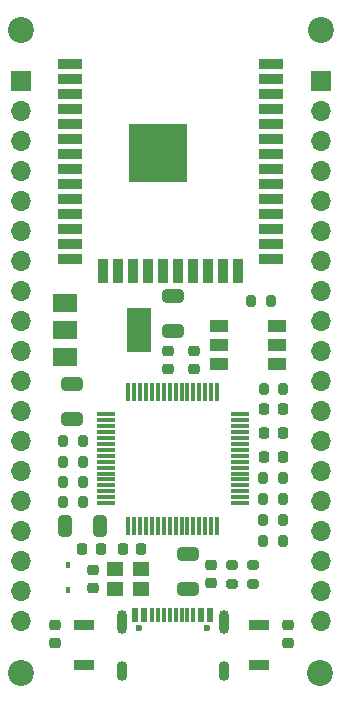
<source format=gbr>
%TF.GenerationSoftware,KiCad,Pcbnew,5.99.0-unknown-f7b20611c1~106~ubuntu20.04.1*%
%TF.CreationDate,2021-01-06T18:34:38-03:00*%
%TF.ProjectId,lisa32,6c697361-3332-42e6-9b69-6361645f7063,rev?*%
%TF.SameCoordinates,Original*%
%TF.FileFunction,Soldermask,Top*%
%TF.FilePolarity,Negative*%
%FSLAX46Y46*%
G04 Gerber Fmt 4.6, Leading zero omitted, Abs format (unit mm)*
G04 Created by KiCad (PCBNEW 5.99.0-unknown-f7b20611c1~106~ubuntu20.04.1) date 2021-01-06 18:34:38*
%MOMM*%
%LPD*%
G01*
G04 APERTURE LIST*
G04 Aperture macros list*
%AMRoundRect*
0 Rectangle with rounded corners*
0 $1 Rounding radius*
0 $2 $3 $4 $5 $6 $7 $8 $9 X,Y pos of 4 corners*
0 Add a 4 corners polygon primitive as box body*
4,1,4,$2,$3,$4,$5,$6,$7,$8,$9,$2,$3,0*
0 Add four circle primitives for the rounded corners*
1,1,$1+$1,$2,$3,0*
1,1,$1+$1,$4,$5,0*
1,1,$1+$1,$6,$7,0*
1,1,$1+$1,$8,$9,0*
0 Add four rect primitives between the rounded corners*
20,1,$1+$1,$2,$3,$4,$5,0*
20,1,$1+$1,$4,$5,$6,$7,0*
20,1,$1+$1,$6,$7,$8,$9,0*
20,1,$1+$1,$8,$9,$2,$3,0*%
G04 Aperture macros list end*
%ADD10R,2.000000X0.900000*%
%ADD11R,0.900000X2.000000*%
%ADD12R,5.000000X5.000000*%
%ADD13RoundRect,0.250000X0.650000X-0.325000X0.650000X0.325000X-0.650000X0.325000X-0.650000X-0.325000X0*%
%ADD14RoundRect,0.200000X0.200000X0.275000X-0.200000X0.275000X-0.200000X-0.275000X0.200000X-0.275000X0*%
%ADD15R,1.500000X1.000000*%
%ADD16C,0.600000*%
%ADD17R,0.600000X1.160000*%
%ADD18R,0.300000X1.160000*%
%ADD19O,0.900000X1.700000*%
%ADD20O,0.900000X2.000000*%
%ADD21RoundRect,0.200000X-0.200000X-0.275000X0.200000X-0.275000X0.200000X0.275000X-0.200000X0.275000X0*%
%ADD22R,0.450000X0.600000*%
%ADD23R,1.700000X1.700000*%
%ADD24O,1.700000X1.700000*%
%ADD25RoundRect,0.250000X-0.650000X0.325000X-0.650000X-0.325000X0.650000X-0.325000X0.650000X0.325000X0*%
%ADD26RoundRect,0.075000X0.075000X-0.700000X0.075000X0.700000X-0.075000X0.700000X-0.075000X-0.700000X0*%
%ADD27RoundRect,0.075000X0.700000X-0.075000X0.700000X0.075000X-0.700000X0.075000X-0.700000X-0.075000X0*%
%ADD28RoundRect,0.218750X-0.218750X-0.256250X0.218750X-0.256250X0.218750X0.256250X-0.218750X0.256250X0*%
%ADD29RoundRect,0.225000X-0.225000X-0.250000X0.225000X-0.250000X0.225000X0.250000X-0.225000X0.250000X0*%
%ADD30C,2.200000*%
%ADD31RoundRect,0.225000X-0.250000X0.225000X-0.250000X-0.225000X0.250000X-0.225000X0.250000X0.225000X0*%
%ADD32RoundRect,0.225000X0.225000X0.250000X-0.225000X0.250000X-0.225000X-0.250000X0.225000X-0.250000X0*%
%ADD33R,1.700000X0.900000*%
%ADD34RoundRect,0.225000X0.250000X-0.225000X0.250000X0.225000X-0.250000X0.225000X-0.250000X-0.225000X0*%
%ADD35RoundRect,0.200000X-0.275000X0.200000X-0.275000X-0.200000X0.275000X-0.200000X0.275000X0.200000X0*%
%ADD36RoundRect,0.200000X0.275000X-0.200000X0.275000X0.200000X-0.275000X0.200000X-0.275000X-0.200000X0*%
%ADD37R,2.000000X1.500000*%
%ADD38R,2.000000X3.800000*%
%ADD39R,1.400000X1.200000*%
%ADD40RoundRect,0.250000X0.325000X0.650000X-0.325000X0.650000X-0.325000X-0.650000X0.325000X-0.650000X0*%
G04 APERTURE END LIST*
D10*
%TO.C,U1*%
X6028800Y-4826000D03*
X6028800Y-6096000D03*
X6028800Y-7366000D03*
X6028800Y-8636000D03*
X6028800Y-9906000D03*
X6028800Y-11176000D03*
X6028800Y-12446000D03*
X6028800Y-13716000D03*
X6028800Y-14986000D03*
X6028800Y-16256000D03*
X6028800Y-17526000D03*
X6028800Y-18796000D03*
X6028800Y-20066000D03*
X6028800Y-21336000D03*
D11*
X8813800Y-22336000D03*
X10083800Y-22336000D03*
X11353800Y-22336000D03*
X12623800Y-22336000D03*
X13893800Y-22336000D03*
X15163800Y-22336000D03*
X16433800Y-22336000D03*
X17703800Y-22336000D03*
X18973800Y-22336000D03*
X20243800Y-22336000D03*
D10*
X23028800Y-21336000D03*
X23028800Y-20066000D03*
X23028800Y-18796000D03*
X23028800Y-17526000D03*
X23028800Y-16256000D03*
X23028800Y-14986000D03*
X23028800Y-13716000D03*
X23028800Y-12446000D03*
X23028800Y-11176000D03*
X23028800Y-9906000D03*
X23028800Y-8636000D03*
X23028800Y-7366000D03*
X23028800Y-6096000D03*
X23028800Y-4826000D03*
D12*
X13528800Y-12326000D03*
%TD*%
D13*
%TO.C,C2*%
X14732000Y-27383000D03*
X14732000Y-24433000D03*
%TD*%
D14*
%TO.C,R22*%
X24091400Y-32308800D03*
X22441400Y-32308800D03*
%TD*%
D15*
%TO.C,D5*%
X18682800Y-27000400D03*
X18682800Y-28600400D03*
X18682800Y-30200400D03*
X23582800Y-30200400D03*
X23582800Y-28600400D03*
X23582800Y-27000400D03*
%TD*%
D16*
%TO.C,J1*%
X11842000Y-52525000D03*
X17622000Y-52525000D03*
D17*
X11532000Y-51465000D03*
X12332000Y-51465000D03*
D18*
X13482000Y-51465000D03*
X14482000Y-51465000D03*
X14982000Y-51465000D03*
X15982000Y-51465000D03*
D17*
X17132000Y-51465000D03*
X17932000Y-51465000D03*
X17932000Y-51465000D03*
X17132000Y-51465000D03*
D18*
X16482000Y-51465000D03*
X15482000Y-51465000D03*
X13982000Y-51465000D03*
X12982000Y-51465000D03*
D17*
X12332000Y-51465000D03*
X11532000Y-51465000D03*
D19*
X19052000Y-56215000D03*
X10412000Y-56215000D03*
D20*
X19052000Y-52045000D03*
X10412000Y-52045000D03*
%TD*%
D21*
%TO.C,R16*%
X5474200Y-38481000D03*
X7124200Y-38481000D03*
%TD*%
%TO.C,R8*%
X22416000Y-45212000D03*
X24066000Y-45212000D03*
%TD*%
D22*
%TO.C,D1*%
X5842000Y-47210000D03*
X5842000Y-49310000D03*
%TD*%
D21*
%TO.C,R13*%
X5474200Y-41910000D03*
X7124200Y-41910000D03*
%TD*%
D23*
%TO.C,J3*%
X27305000Y-6223000D03*
D24*
X27305000Y-8763000D03*
X27305000Y-11303000D03*
X27305000Y-13843000D03*
X27305000Y-16383000D03*
X27305000Y-18923000D03*
X27305000Y-21463000D03*
X27305000Y-24003000D03*
X27305000Y-26543000D03*
X27305000Y-29083000D03*
X27305000Y-31623000D03*
X27305000Y-34163000D03*
X27305000Y-36703000D03*
X27305000Y-39243000D03*
X27305000Y-41783000D03*
X27305000Y-44323000D03*
X27305000Y-46863000D03*
X27305000Y-49403000D03*
X27305000Y-51943000D03*
%TD*%
D25*
%TO.C,C1*%
X6223000Y-31926000D03*
X6223000Y-34876000D03*
%TD*%
D21*
%TO.C,R9*%
X22416000Y-43434000D03*
X24066000Y-43434000D03*
%TD*%
D23*
%TO.C,J2*%
X1905000Y-6223000D03*
D24*
X1905000Y-8763000D03*
X1905000Y-11303000D03*
X1905000Y-13843000D03*
X1905000Y-16383000D03*
X1905000Y-18923000D03*
X1905000Y-21463000D03*
X1905000Y-24003000D03*
X1905000Y-26543000D03*
X1905000Y-29083000D03*
X1905000Y-31623000D03*
X1905000Y-34163000D03*
X1905000Y-36703000D03*
X1905000Y-39243000D03*
X1905000Y-41783000D03*
X1905000Y-44323000D03*
X1905000Y-46863000D03*
X1905000Y-49403000D03*
X1905000Y-51943000D03*
%TD*%
D26*
%TO.C,U2*%
X10982000Y-43902000D03*
X11482000Y-43902000D03*
X11982000Y-43902000D03*
X12482000Y-43902000D03*
X12982000Y-43902000D03*
X13482000Y-43902000D03*
X13982000Y-43902000D03*
X14482000Y-43902000D03*
X14982000Y-43902000D03*
X15482000Y-43902000D03*
X15982000Y-43902000D03*
X16482000Y-43902000D03*
X16982000Y-43902000D03*
X17482000Y-43902000D03*
X17982000Y-43902000D03*
X18482000Y-43902000D03*
D27*
X20407000Y-41977000D03*
X20407000Y-41477000D03*
X20407000Y-40977000D03*
X20407000Y-40477000D03*
X20407000Y-39977000D03*
X20407000Y-39477000D03*
X20407000Y-38977000D03*
X20407000Y-38477000D03*
X20407000Y-37977000D03*
X20407000Y-37477000D03*
X20407000Y-36977000D03*
X20407000Y-36477000D03*
X20407000Y-35977000D03*
X20407000Y-35477000D03*
X20407000Y-34977000D03*
X20407000Y-34477000D03*
D26*
X18482000Y-32552000D03*
X17982000Y-32552000D03*
X17482000Y-32552000D03*
X16982000Y-32552000D03*
X16482000Y-32552000D03*
X15982000Y-32552000D03*
X15482000Y-32552000D03*
X14982000Y-32552000D03*
X14482000Y-32552000D03*
X13982000Y-32552000D03*
X13482000Y-32552000D03*
X12982000Y-32552000D03*
X12482000Y-32552000D03*
X11982000Y-32552000D03*
X11482000Y-32552000D03*
X10982000Y-32552000D03*
D27*
X9057000Y-34477000D03*
X9057000Y-34977000D03*
X9057000Y-35477000D03*
X9057000Y-35977000D03*
X9057000Y-36477000D03*
X9057000Y-36977000D03*
X9057000Y-37477000D03*
X9057000Y-37977000D03*
X9057000Y-38477000D03*
X9057000Y-38977000D03*
X9057000Y-39477000D03*
X9057000Y-39977000D03*
X9057000Y-40477000D03*
X9057000Y-40977000D03*
X9057000Y-41477000D03*
X9057000Y-41977000D03*
%TD*%
D14*
%TO.C,R23*%
X23050000Y-24892000D03*
X21400000Y-24892000D03*
%TD*%
D28*
%TO.C,D3*%
X22478900Y-36068000D03*
X24053900Y-36068000D03*
%TD*%
D29*
%TO.C,C23*%
X22491400Y-34036000D03*
X24041400Y-34036000D03*
%TD*%
D30*
%TO.C,H3*%
X27178000Y-56388000D03*
%TD*%
D25*
%TO.C,C6*%
X16002000Y-46277000D03*
X16002000Y-49227000D03*
%TD*%
D28*
%TO.C,D4*%
X22478900Y-38100000D03*
X24053900Y-38100000D03*
%TD*%
D31*
%TO.C,C13*%
X17940000Y-47231000D03*
X17940000Y-48781000D03*
%TD*%
D32*
%TO.C,C12*%
X8649000Y-45847000D03*
X7099000Y-45847000D03*
%TD*%
D33*
%TO.C,SW1*%
X22047200Y-55700400D03*
X22047200Y-52300400D03*
%TD*%
D29*
%TO.C,C9*%
X10528000Y-45847000D03*
X12078000Y-45847000D03*
%TD*%
D34*
%TO.C,C18*%
X14325600Y-30620000D03*
X14325600Y-29070000D03*
%TD*%
D33*
%TO.C,SW2*%
X7213600Y-55675000D03*
X7213600Y-52275000D03*
%TD*%
D35*
%TO.C,R11*%
X21496000Y-47181000D03*
X21496000Y-48831000D03*
%TD*%
D21*
%TO.C,R12*%
X22416000Y-39878000D03*
X24066000Y-39878000D03*
%TD*%
%TO.C,R15*%
X5474200Y-36703000D03*
X7124200Y-36703000D03*
%TD*%
D34*
%TO.C,C14*%
X16510000Y-30620000D03*
X16510000Y-29070000D03*
%TD*%
%TO.C,C4*%
X4775200Y-53810200D03*
X4775200Y-52260200D03*
%TD*%
D21*
%TO.C,R14*%
X5474200Y-40182800D03*
X7124200Y-40182800D03*
%TD*%
D36*
%TO.C,R18*%
X19718000Y-48831000D03*
X19718000Y-47181000D03*
%TD*%
D37*
%TO.C,U3*%
X5613000Y-25005000D03*
D38*
X11913000Y-27305000D03*
D37*
X5613000Y-27305000D03*
X5613000Y-29605000D03*
%TD*%
D30*
%TO.C,H1*%
X1905000Y-1905000D03*
%TD*%
D31*
%TO.C,C8*%
X8001000Y-47612000D03*
X8001000Y-49162000D03*
%TD*%
D30*
%TO.C,H2*%
X27305000Y-1905000D03*
%TD*%
D34*
%TO.C,C3*%
X24485600Y-53835600D03*
X24485600Y-52285600D03*
%TD*%
D21*
%TO.C,R10*%
X22416000Y-41656000D03*
X24066000Y-41656000D03*
%TD*%
D39*
%TO.C,Y1*%
X12022000Y-47558999D03*
X9822000Y-47558999D03*
X9822000Y-49258999D03*
X12022000Y-49258999D03*
%TD*%
D40*
%TO.C,C10*%
X8587000Y-43942000D03*
X5637000Y-43942000D03*
%TD*%
D30*
%TO.C,H4*%
X1905000Y-56388000D03*
%TD*%
M02*

</source>
